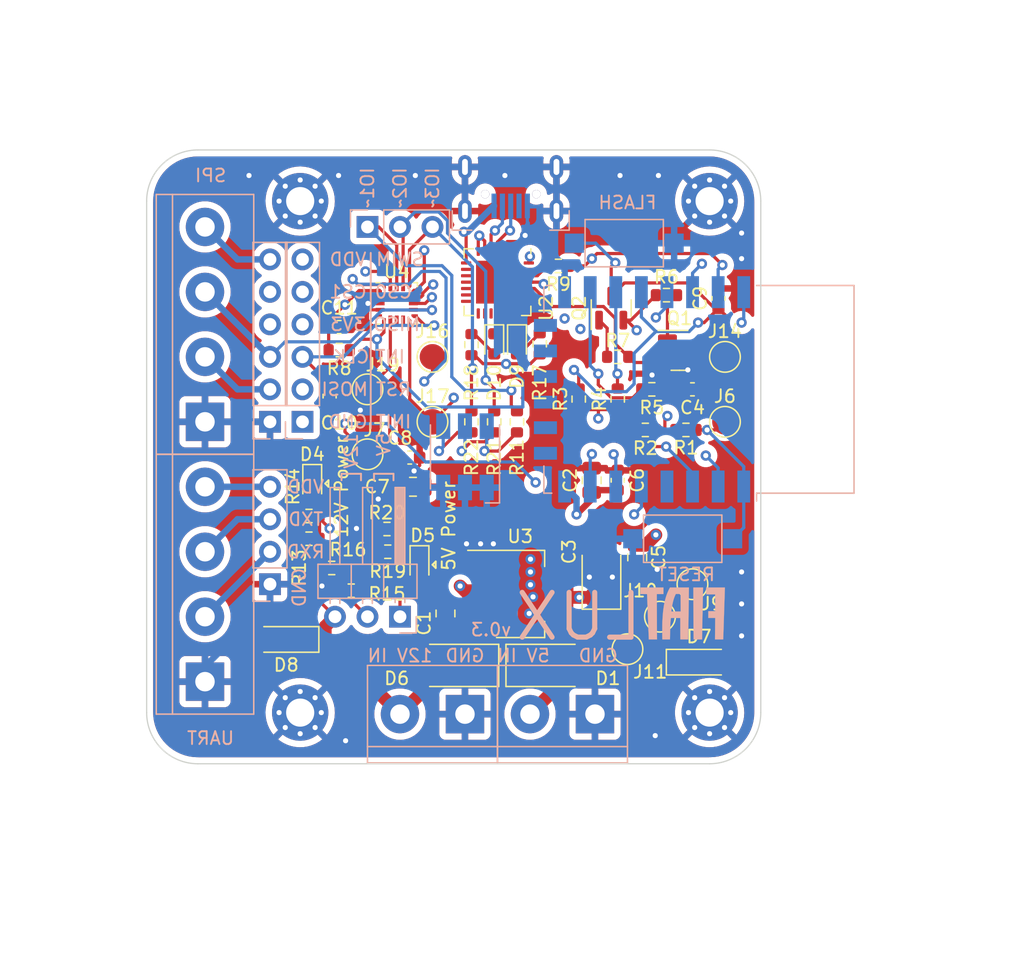
<source format=kicad_pcb>
(kicad_pcb (version 20211014) (generator pcbnew)

  (general
    (thickness 1.76)
  )

  (paper "A4")
  (layers
    (0 "F.Cu" signal)
    (1 "In1.Cu" signal)
    (2 "In2.Cu" signal)
    (31 "B.Cu" signal)
    (32 "B.Adhes" user "B.Adhesive")
    (33 "F.Adhes" user "F.Adhesive")
    (34 "B.Paste" user)
    (35 "F.Paste" user)
    (36 "B.SilkS" user "B.Silkscreen")
    (37 "F.SilkS" user "F.Silkscreen")
    (38 "B.Mask" user)
    (39 "F.Mask" user)
    (40 "Dwgs.User" user "User.Drawings")
    (41 "Cmts.User" user "User.Comments")
    (42 "Eco1.User" user "User.Eco1")
    (43 "Eco2.User" user "User.Eco2")
    (44 "Edge.Cuts" user)
    (45 "Margin" user)
    (46 "B.CrtYd" user "B.Courtyard")
    (47 "F.CrtYd" user "F.Courtyard")
    (48 "B.Fab" user)
    (49 "F.Fab" user)
  )

  (setup
    (stackup
      (layer "F.SilkS" (type "Top Silk Screen"))
      (layer "F.Paste" (type "Top Solder Paste"))
      (layer "F.Mask" (type "Top Solder Mask") (color "Black") (thickness 0.01))
      (layer "F.Cu" (type "copper") (thickness 0.035))
      (layer "dielectric 1" (type "core") (thickness 0.4) (material "FR4") (epsilon_r 4.5) (loss_tangent 0.02))
      (layer "In1.Cu" (type "copper") (thickness 0.035))
      (layer "dielectric 2" (type "prepreg") (thickness 0.8) (material "FR4") (epsilon_r 4.5) (loss_tangent 0.02))
      (layer "In2.Cu" (type "copper") (thickness 0.035))
      (layer "dielectric 3" (type "core") (thickness 0.4) (material "FR4") (epsilon_r 4.5) (loss_tangent 0.02))
      (layer "B.Cu" (type "copper") (thickness 0.035))
      (layer "B.Mask" (type "Bottom Solder Mask") (color "Black") (thickness 0.01))
      (layer "B.Paste" (type "Bottom Solder Paste"))
      (layer "B.SilkS" (type "Bottom Silk Screen"))
      (copper_finish "None")
      (dielectric_constraints no)
    )
    (pad_to_mask_clearance 0)
    (pcbplotparams
      (layerselection 0x00010fc_ffffffff)
      (disableapertmacros false)
      (usegerberextensions false)
      (usegerberattributes true)
      (usegerberadvancedattributes true)
      (creategerberjobfile true)
      (svguseinch false)
      (svgprecision 6)
      (excludeedgelayer true)
      (plotframeref false)
      (viasonmask false)
      (mode 1)
      (useauxorigin false)
      (hpglpennumber 1)
      (hpglpenspeed 20)
      (hpglpendiameter 15.000000)
      (dxfpolygonmode true)
      (dxfimperialunits true)
      (dxfusepcbnewfont true)
      (psnegative false)
      (psa4output false)
      (plotreference true)
      (plotvalue true)
      (plotinvisibletext false)
      (sketchpadsonfab false)
      (subtractmaskfromsilk false)
      (outputformat 1)
      (mirror false)
      (drillshape 0)
      (scaleselection 1)
      (outputdirectory "gen")
    )
  )

  (net 0 "")
  (net 1 "GND")
  (net 2 "/Power/LDO_IN")
  (net 3 "+3V3")
  (net 4 "nRST")
  (net 5 "+5V")
  (net 6 "Net-(D12-Pad4)")
  (net 7 "Net-(D12-Pad5)")
  (net 8 "Net-(D4-Pad2)")
  (net 9 "SEN_5V")
  (net 10 "+12V")
  (net 11 "VOUT")
  (net 12 "TXD0")
  (net 13 "RXD0")
  (net 14 "SCLK")
  (net 15 "MOSI")
  (net 16 "ADC")
  (net 17 "RTS")
  (net 18 "DTR")
  (net 19 "EN")
  (net 20 "Net-(R9-Pad2)")
  (net 21 "SEN_12V")
  (net 22 "Net-(D12-Pad6)")
  (net 23 "CS0")
  (net 24 "GPIO1")
  (net 25 "FLSH")
  (net 26 "Net-(Q1-Pad1)")
  (net 27 "Net-(Q2-Pad1)")
  (net 28 "Net-(D9-Pad2)")
  (net 29 "/TXLED")
  (net 30 "Net-(D10-Pad2)")
  (net 31 "/RXLED")
  (net 32 "GPIO2")
  (net 33 "GPIO3")
  (net 34 "/Ext-IO/INIT_{IN}")
  (net 35 "SWIM")
  (net 36 "/Ext-IO/INIT_{OUT}")
  (net 37 "~{BUSRST}")
  (net 38 "~{INT}")
  (net 39 "MISO")
  (net 40 "Net-(R19-Pad1)")
  (net 41 "unconnected-(U1-Pad14)")
  (net 42 "unconnected-(U1-Pad13)")
  (net 43 "unconnected-(U1-Pad12)")
  (net 44 "unconnected-(U1-Pad11)")
  (net 45 "unconnected-(U1-Pad10)")
  (net 46 "unconnected-(U1-Pad9)")
  (net 47 "unconnected-(U1-Pad4)")
  (net 48 "unconnected-(U2-Pad2)")
  (net 49 "unconnected-(U2-Pad1)")
  (net 50 "unconnected-(U4-Pad2)")
  (net 51 "unconnected-(U4-Pad3)")
  (net 52 "Net-(C12-Pad1)")
  (net 53 "unconnected-(U4-Pad8)")
  (net 54 "unconnected-(U4-Pad9)")
  (net 55 "unconnected-(U2-Pad9)")
  (net 56 "unconnected-(U2-Pad27)")
  (net 57 "unconnected-(U2-Pad23)")
  (net 58 "unconnected-(U2-Pad22)")
  (net 59 "unconnected-(U2-Pad21)")
  (net 60 "unconnected-(U2-Pad20)")
  (net 61 "unconnected-(U2-Pad17)")
  (net 62 "unconnected-(U2-Pad16)")
  (net 63 "unconnected-(U2-Pad15)")
  (net 64 "unconnected-(U2-Pad14)")
  (net 65 "unconnected-(U2-Pad13)")
  (net 66 "unconnected-(U2-Pad12)")
  (net 67 "unconnected-(U2-Pad11)")
  (net 68 "unconnected-(U2-Pad10)")
  (net 69 "unconnected-(J13-Pad5)")
  (net 70 "unconnected-(J1-Pad4)")
  (net 71 "Net-(J1-Pad3)")
  (net 72 "Net-(J1-Pad2)")

  (footprint "Capacitor_SMD:C_0805_2012Metric" (layer "F.Cu") (at 54.356 63.246 90))

  (footprint "Capacitor_Tantalum_SMD:CP_EIA-3528-21_Kemet-B" (layer "F.Cu") (at 66.548 60.452 90))

  (footprint "Capacitor_SMD:C_0603_1608Metric" (layer "F.Cu") (at 73.66 45.72 180))

  (footprint "Capacitor_SMD:C_0805_2012Metric" (layer "F.Cu") (at 69.342 58.862 -90))

  (footprint "Capacitor_SMD:C_0603_1608Metric" (layer "F.Cu") (at 67.818 52.832 90))

  (footprint "Capacitor_SMD:C_0805_2012Metric" (layer "F.Cu") (at 51.816 53.34))

  (footprint "Diode_SMD:D_SMA" (layer "F.Cu") (at 62.484 67.31))

  (footprint "Diode_SMD:D_SMA" (layer "F.Cu") (at 55.118 67.31 180))

  (footprint "Diode_SMD:D_MiniMELF" (layer "F.Cu") (at 74.168 67.056))

  (footprint "Diode_SMD:D_MiniMELF" (layer "F.Cu") (at 41.91 65.278 180))

  (footprint "MountingHole:MountingHole_2.2mm_M2_Pad_Via" (layer "F.Cu") (at 75 31))

  (footprint "MountingHole:MountingHole_2.2mm_M2_Pad_Via" (layer "F.Cu") (at 43 31))

  (footprint "MountingHole:MountingHole_2.2mm_M2_Pad_Via" (layer "F.Cu") (at 43 71))

  (footprint "MountingHole:MountingHole_2.2mm_M2_Pad_Via" (layer "F.Cu") (at 75 71))

  (footprint "TestPoint:TestPoint_Pad_D2.0mm" (layer "F.Cu") (at 76.2 48.26))

  (footprint "TestPoint:TestPoint_Pad_D2.0mm" (layer "F.Cu") (at 48.26 50.8))

  (footprint "TestPoint:TestPoint_Pad_D2.0mm" (layer "F.Cu") (at 73.66 60.96))

  (footprint "TestPoint:TestPoint_Pad_D2.0mm" (layer "F.Cu") (at 71.12 63.5))

  (footprint "TestPoint:TestPoint_Pad_D2.0mm" (layer "F.Cu") (at 68.58 66.04))

  (footprint "Resistor_SMD:R_0603_1608Metric" (layer "F.Cu") (at 73.152 48.895))

  (footprint "Resistor_SMD:R_0603_1608Metric" (layer "F.Cu") (at 69.977 48.895 180))

  (footprint "Resistor_SMD:R_0603_1608Metric" (layer "F.Cu") (at 64.77 46.482 90))

  (footprint "Resistor_SMD:R_0603_1608Metric" (layer "F.Cu") (at 67.818 46.482 90))

  (footprint "Resistor_SMD:R_0603_1608Metric" (layer "F.Cu") (at 70.485 45.72 180))

  (footprint "Resistor_SMD:R_0603_1608Metric" (layer "F.Cu") (at 71.628 38.354))

  (footprint "Resistor_SMD:R_0603_1608Metric" (layer "F.Cu") (at 67.818 43.18 180))

  (footprint "Resistor_SMD:R_0603_1608Metric" (layer "F.Cu") (at 46.99 61.468 180))

  (footprint "Resistor_SMD:R_0603_1608Metric" (layer "F.Cu") (at 45.466 59.69))

  (footprint "Package_DFN_QFN:QFN-28-1EP_5x5mm_P0.5mm_EP3.35x3.35mm" (layer "F.Cu") (at 58.42 37.338 -90))

  (footprint "Package_TO_SOT_SMD:SOT-223-3_TabPin2" (layer "F.Cu") (at 60.198 61.722))

  (footprint "Resistor_SMD:R_0603_1608Metric" (layer "F.Cu") (at 63.183 36.068 180))

  (footprint "Capacitor_SMD:C_0805_2012Metric" (layer "F.Cu") (at 65.786 52.832 90))

  (footprint "Capacitor_SMD:C_0603_1608Metric" (layer "F.Cu") (at 75.692 38.608 90))

  (footprint "TestPoint:TestPoint_Pad_D2.0mm" (layer "F.Cu") (at 76.2 43.18))

  (footprint "Package_TO_SOT_SMD:SOT-23" (layer "F.Cu") (at 72.644 42.672))

  (footprint "Package_TO_SOT_SMD:SOT-23" (layer "F.Cu") (at 67.31 39.37 90))

  (footprint "LED_SMD:LED_0603_1608Metric" (layer "F.Cu") (at 58.166 42.164 -90))

  (footprint "Resistor_SMD:R_0603_1608Metric" (layer "F.Cu") (at 61.722 42.164 -90))

  (footprint "Resistor_SMD:R_0603_1608Metric" (layer "F.Cu") (at 56.388 42.227 -90))

  (footprint "LED_SMD:LED_0603_1608Metric" (layer "F.Cu") (at 59.944 42.164 -90))

  (footprint "Capacitor_SMD:C_0603_1608Metric" (layer "F.Cu") (at 51.562 51.054))

  (footprint "Package_DFN_QFN:ST_UFQFPN-20_3x3mm_P0.5mm" (layer "F.Cu") (at 50.546 39))

  (footprint "TestPoint:TestPoint_Pad_D2.0mm" (layer "F.Cu") (at 48.26 45.72))

  (footprint "Resistor_SMD:R_0603_1608Metric" (layer "F.Cu") (at 49.784 56.642 180))

  (footprint "Resistor_SMD:R_0603_1608Metric" (layer "F.Cu") (at 59.944 48.26 90))

  (footprint "Resistor_SMD:R_0603_1608Metric" (layer "F.Cu") (at 43.688 57.404 180))

  (footprint "TestPoint:TestPoint_Pad_D2.0mm" (layer "F.Cu") (at 53.34 48.26))

  (footprint "LED_SMD:LED_0603_1608Metric" (layer "F.Cu") (at 43.942 53.086 -90))

  (footprint "Capacitor_SMD:C_0603_1608Metric" (layer "F.Cu") (at 46.05 40.85))

  (footprint "Capacitor_SMD:C_0603_1608Metric" (layer "F.Cu") (at 45.3 46.25 -90))

  (footprint "Resistor_SMD:R_0603_1608Metric" (layer "F.Cu") (at 43.688 55.626))

  (footprint "Resistor_SMD:R_0603_1608Metric" (layer "F.Cu") (at 46.05 42.65 180))

  (footprint "LED_SMD:LED_0603_1608Metric" (layer "F.Cu") (at 52.324 59.436 -90))

  (footprint "Resistor_SMD:R_0603_1608Metric" (layer "F.Cu") (at 49.847 58.42))

  (footprint "Resistor_SMD:R_0603_1608Metric" (layer "F.Cu") (at 58.166 48.26 90))

  (footprint "TestPoint:TestPoint_Pad_D2.0mm" (layer "F.Cu") (at 53.34 43.18))

  (footprint "Resistor_SMD:R_0603_1608Metric" (layer "F.Cu") (at 56.388 48.26 90))

  (footprint "TerminalBlock:TerminalBlock_bornier-4_P5.08mm" (layer "B.Cu") (at 35.56 68.58 90))

  (footprint "TerminalBlock:TerminalBlock_bornier-2_P5.08mm" (layer "B.Cu") (at 66.04 71.12 180))

  (footprint "TerminalBlock:TerminalBlock_bornier-4_P5.08mm" (layer "B.Cu") (at 35.56 48.26 90))

  (footprint "Connector_PinHeader_2.54mm:PinHeader_1x03_P2.54mm_Horizontal" (layer "B.Cu")
    (tedit 59FED5CB) (tstamp 00000000-0000-0000-0000-00006091b2af)
    (at 50.8 63.5 90)
    (descr "Through hole angled pin header, 1x03, 2.54mm pitch, 6mm pin length, single row")
    (tags "Through hole angled pin header THT 1x03 2.54mm single row")
    (property "LCSC" "-")
    (property "Sheetfile" "power.kicad_sch")
    (property "Sheetname" "Power")
    (path "/00000000-0000-0000-0000-00006078273a/00000000-0000-0000-0000-000060929628")
    (attr through_hole)
    (fp_text reference "J5" (at 2.54 2.286 90) (layer "B.SilkS") hide
      (effects (font (size 1 1) (thickness 0.15)) (justify mirror))
      (tstamp 9c90776a-359e-4326-bf78-74352905f232)
    )
    (fp_text value "Conn_01x03_Male" (at 4.385 -7.35 90) (layer "B.Fab")
      (effects (font (size 1 1) (thickness 0.15)) (justify mirror))
      (tstamp 5d290d08-45d5-4ce0-b48a-a1afd050aacb)
    )
    (fp_text user "${REFERENCE}" (at 2.77 -2.54 180) (layer "B.Fab")
      (effects (font (size 1 1) (thickness 0.15)) (justify mirror))
      (tstamp d914329c-36c7-4619-8de8-40cde42afd60)
    )
    (fp_line (start 4.1 0.08) (end 10.1 0.08) (layer "B.SilkS") (width 0.12) (tstamp 1cd95b75-b29a-4ee5-a393-985cc64f8ce6))
    (fp_line (start 4.1 -0.04) (end 10.1 -0.04) (layer "B.SilkS") (width 0.12) (tstamp 1d572842-5507-45c4-8acc-10391fd8e6da))
    (fp_line (start 10.1 -0.38) (end 4.1 -0.38) (layer "B.SilkS") (width 0.12) (tstamp 2a5f3117-4233-4be4-8d18-b64dcfab5a3d))
    (fp_line (start 4.1 1.33) (end 1.44 1.33) (layer "B.SilkS") (width 0.12) (tstamp 40751cce-e8cf-4b9d-8be0-e132a57f48c5))
    (fp_line (start 4.1 0.38) (end 10.1 0.38) (layer "B.SilkS") (width 0.12) (tstamp 4c1ee018-d13f-4af8-9466-3e2eb33e403b))
    (fp_line (start 1.042929 -2.92) (end 1.44 -2.92) (layer "B.SilkS") (width 0.12) (tstamp 4f83e2c8-2ef1-4926-90b2-32da75b65dba))
    (fp_line (start 4.1 0.2) (end 10.1 0.2) (layer "B.SilkS") (width 0.12) (tstamp 4fbbc8a6-15bb-44b6-8ac6-87cc0e72f953))
    (fp_line (start 1.44 -3.81) (end 4.1 -3.81) (layer "B.SilkS") (width 0.12) (tstamp 53c15f12-fdd5-4041-876e-51c6365f59c9))
    (fp_line (start 4.1 0.32) (end 10.1 0.32) (layer "B.SilkS") (width 0.12) (tstamp 5ce3757d-5f65-40ac-8cca-3931c111f1fd))
    (fp_line (start 10.1 -2.16) (end 10.1 -2.92) (layer "B.SilkS") (width 0.12) (tstamp 70207834-a2c3-4b40-8126-40ea3648e2e9))
    (fp_line (start 1.11 0.38) (end 1.44 0.38) (layer "B.SilkS") (width 0.12) (tstamp 76933845-6124-49a6-a472-f96d42d6e178))
    (fp_line (start 1.042929 -4.7) (end 1.44 -4.7) (layer "B.SilkS") (width 0.12) (tstamp 77a824cb-5d1d-4715-bb10-136e54e08f06))
    (fp_line (start 10.1 -5.46) (end 4.1 -5.46) (layer "B.SilkS") (width 0.12) (tstamp 7d8e52a0-9698-4972-9cad-dc8b6cdda211))
    (fp_line (start 10.1 -4.7) (end 10.1 -5.46) (layer "B.SilkS") (width 0.12) (tstamp 8cbff72b-fcca-4669-bbbc-68e8e73e1f79))
    (fp_line (start -1.27 0) (end -1.27 1.27) (layer "B.SilkS") (width 0.12) (tstamp 8ffb8cd3-4a3c-452b-b0c7-ef97298db276))
    (fp_line (start 1.042929 -2.16) (end 1.44 -2.16) (layer "B.SilkS") (width 0.12) (tstamp 9035f1bf-35b2-4b7f-9526-376cdbcce454))
    (fp_line (start 4.1 -0.28) (end 10.1 -0.28) (layer "B.SilkS") (width 0.12) (tstamp 940c9b9d-b58a-4c26-bb55-6300cffdbc1e))
    (fp_line (start 1.44 -1.27) (end 4.1 -1.27) (layer "B.SilkS") (width 0.12) (tstamp 9ba80c22-8493-4e01-b2a6-f32cc643c868))
    (fp_line (start 1.44 -6.41) (end 4.1 -6.41) (layer "B.SilkS") (width 0.12) (tstamp a2f2c43a-6a0a-41e3-a573-2ba95205b59e))
    (fp_line (start 1.44 1.33) (end 1.44 -6.41) (layer "B.SilkS") (width 0.12) (tstamp acd010dc-6514-4934-b4b6-97fa31947584))
    (fp_line (start 1.11 -0.38) (end 1.44 -0.38) (layer "B.SilkS") (width 0.12) (tstamp aff9b602-e6e6-47ec-afaf-583f08d4566a))
    (fp_line (start 4.1 -0.16) (end 10.1 -0.16) (layer "B.SilkS") (width 0.12) (tstamp b49e3a24-f68c-44bf-b95f-4292b1e44139))
    (fp_line (start 10.1 -2.92) (end 4.1 -2.92) (layer "B.SilkS") (width 0.12) (tstamp c53f2afa-06f7-4bb4-a7b5-907e40f567ac))
    (fp_line (start 4.1 -2.16) (end 10.1 -2.16) (layer "B.SilkS") (width 0.12) (tstamp c7affd1e-2f96-4a7f-93c6-ecbc5c8f9494))
    (fp_line (start 10.1 0.38) (end 10.1 -0.38) (layer "B.SilkS") (width 0.12) (tstamp da13f2c5-5198-4b01-b20a-7a131cfb17a6))
    (fp_line (start -1.27 1.27) (end 0 1.27) (layer "B.SilkS") (width 0.12) (tstamp dc638096-a289-47d5-b449-820b7209c7ef))
    (fp_line (start 4.1 -4.7) (end 10.1 -4.7) (layer "B.SilkS") (width 0.12) (tstamp dee19e5b-9438-452d-9e04-c392e5829da3))
    (fp_line (start 1.042929 -5.46) (end 1.44 -5.46) (layer "B.SilkS") (width 0.12) (tstamp ee154e48-956b-4582-8087-47ba5edb25f6))
    (fp_line (start 4.1 -6.41) (end 4.1 1.33) (layer "B.SilkS") (width 0.12) (tstamp f3f81446-e68e-48a5-899d-66ec6aefb3b9))
    (fp_line (start 10.55 -6.85) (end 10.55 1.8) (layer "B.CrtYd") (width 0.05) (tstamp 143db20f-2dd9-4e5a-9851-dc8bc1fc2852))
    (fp_line (start 10.55 1.8) (end -1.8 1.8) (layer "B.CrtYd") (width 0.05) (tstamp 8dbee847-b13f-4912-ad69-2200875591a5))
    (fp_line (start -1.8 1.8) (end -1.8 -6.85) (layer "B.CrtYd") (width 0.05) (tstamp ab324e75-e54a-4e99-8a10-df91dfc421f5))
    (fp_line (start -1.8 -6.85) (end 10.55 -6.85) (layer "B.CrtYd") (width 0.05) (tstamp b48b8aaf-5d46-4150-8679-705274591ff8))
    (fp_line (start -0.32 -4.76) (end -0.32 -5.4) (layer "B.Fab") (width 0.1) (tstamp 0b76bc5d-0ae6-4352-82e8-df7f398ae6d8))
    (fp_line (start -0.32 -2.22) (end 1.5 -2.22) (layer "B.Fab") (width 0.1) (tstamp 19f1c7c1-9626-4d8f-9aff-e5037f729f33))
    (fp_line (start 4.04 0.32) (end 10.04 0.32) (layer "B.Fab") (width 0.1) (tstamp 1c3908a4-0390-4115-b818-d1ac8c987957))
    (fp_line (start 4.04 -6.35) (end 1.5 -6.35) (layer "B.Fab") (width 0.1) (tstamp 1d26e3bf-3156-45e8-af16-5864eb4f78c7))
    (fp_line (start 4.04 1.27) (end 4.04 -6.35) (layer "B.Fab") (width 0.1) (tstamp 24634b08-c6fe-49e9-8619-9aef97ceffb9))
    (fp_line (start 2.135 1.27) (end 4.04 1.27) (layer "B.Fab") (width 0.1) (tstamp 2691f1f0-9a4e-4ba1-b755-33a7eb396d75))
    (fp_line (start 10.04 -4.76) (end 10.04 -5.4) (layer "B.Fab") (width 0.1) (tstamp 45ca173a-7093-4efd-8d9e-fd1f7de5c364))
    (fp_line (start 4.04 -2.22) (end 10.04 -2.22) (layer "B.Fab") (width 0.1) (tstamp 4fd74853-59e2-42e3-8f84-5683f7445af0))
    (fp_line (start 4.04 -5.4) (end 10.04 -5.4) (layer "B.Fab") (width 0.1) (tstamp 8939fbb1-0bbc-4a7b-b1b9-dbd49de808f9))
    (fp_line (start 1.5 0.635) (end 2.135 1.27) (layer "B.Fab") (width 0.1) (tstamp 8b7b86c2-493b-42f3-9e13-3f8dc5985623))
    (fp_line (start 4.04 -0.32) (end 10.04 -0.32) (layer "B.Fab") (width 0.1) (tstamp 926c1893-c18d-4276-af71-a0ed092b7ca
... [1189134 chars truncated]
</source>
